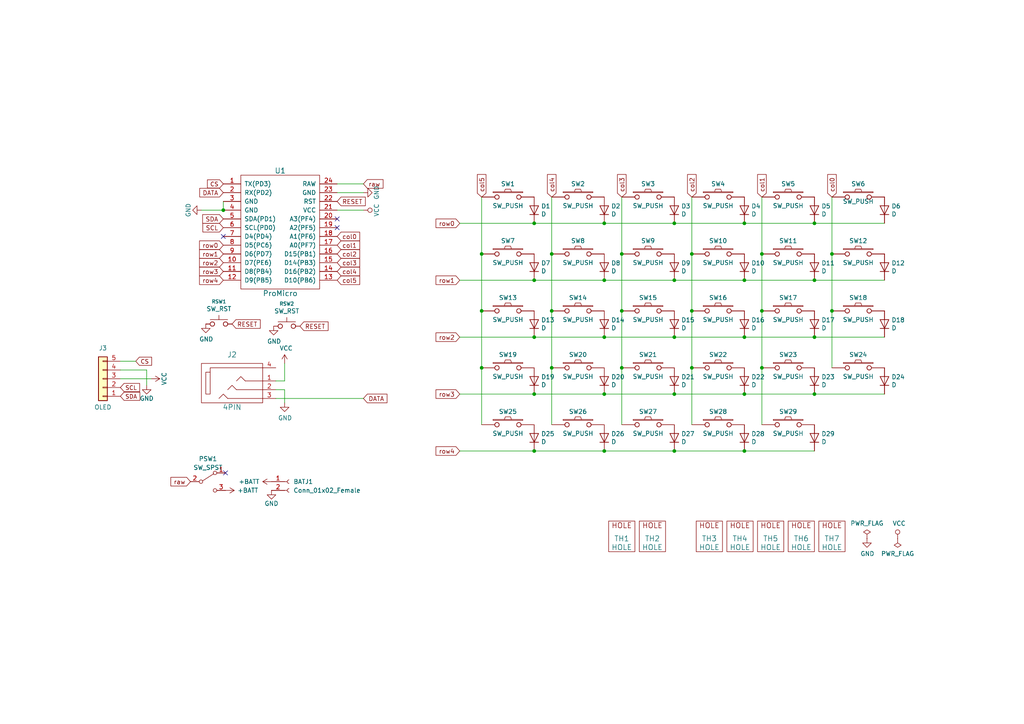
<source format=kicad_sch>
(kicad_sch (version 20230121) (generator eeschema)
  (paper "A4")
  (lib_symbols
    (symbol "Connector:Conn_01x02_Female" (pin_names (offset 1.016) hide)
      (property "Reference" "J" (at 0 2.54 0))
      (property "Value" "Conn_01x02_Female" (at 0 -5.08 0))
      (symbol "Conn_01x02_Female_1_1"
        (arc (start 0 -2.032) (mid -0.5058 -2.54) (end 0 -3.048) (stroke (width 0.1524)))
        (polyline (pts (xy -1.27 -2.54) (xy -0.508 -2.54)) (stroke (width 0.1524)))
        (polyline (pts (xy -1.27 0) (xy -0.508 0)) (stroke (width 0.1524)))
        (arc (start 0 0.508) (mid -0.5058 0) (end 0 -0.508) (stroke (width 0.1524)))
        (pin passive line (at -5.08 0 0) (length 3.81) (name "Pin_1") (number "1"))
        (pin passive line (at -5.08 -2.54 0) (length 3.81) (name "Pin_2") (number "2"))
      )
    )
    (symbol "Connector_Generic:Conn_01x05" (pin_names (offset 1.016) hide)
      (property "Reference" "J" (at 0 7.62 0))
      (property "Value" "Conn_01x05" (at 0 -7.62 0))
      (symbol "Conn_01x05_1_1"
        (rectangle (start -1.27 -4.953) (end 0 -5.207) (stroke (width 0.1524)))
        (rectangle (start -1.27 -2.413) (end 0 -2.667) (stroke (width 0.1524)))
        (rectangle (start -1.27 0.127) (end 0 -0.127) (stroke (width 0.1524)))
        (rectangle (start -1.27 2.667) (end 0 2.413) (stroke (width 0.1524)))
        (rectangle (start -1.27 5.207) (end 0 4.953) (stroke (width 0.1524)))
        (rectangle (start -1.27 6.35) (end 1.27 -6.35) (stroke (width 0.254)) (fill (type background)))
        (pin passive line (at -5.08 5.08 0) (length 3.81) (name "Pin_1") (number "1"))
        (pin passive line (at -5.08 2.54 0) (length 3.81) (name "Pin_2") (number "2"))
        (pin passive line (at -5.08 0 0) (length 3.81) (name "Pin_3") (number "3"))
        (pin passive line (at -5.08 -2.54 0) (length 3.81) (name "Pin_4") (number "4"))
        (pin passive line (at -5.08 -5.08 0) (length 3.81) (name "Pin_5") (number "5"))
      )
    )
    (symbol "Lily58_Pro-rescue:D-Lily58-cache" (pin_numbers hide) (pin_names (offset 1.016) hide)
      (property "Reference" "D" (at 0 2.54 0))
      (property "Value" "Lily58-cache:D" (at 0 -2.54 0))
      (symbol "D-Lily58-cache_0_1"
        (polyline (pts (xy -1.27 1.27) (xy -1.27 -1.27)) (stroke (width 0.2032)))
        (polyline (pts (xy 1.27 0) (xy -1.27 0)))
        (polyline (pts (xy 1.27 1.27) (xy 1.27 -1.27) (xy -1.27 0) (xy 1.27 1.27)) (stroke (width 0.2032)))
      )
      (symbol "D-Lily58-cache_1_1"
        (pin passive line (at -3.81 0 0) (length 2.54) (name "K") (number "1"))
        (pin passive line (at 3.81 0 180) (length 2.54) (name "A") (number "2"))
      )
    )
    (symbol "Lily58_Pro-rescue:GND-Lily58-cache" (power) (pin_names (offset 0))
      (property "Value" "GND-Lily58-cache" (at 0 -3.81 0))
      (symbol "GND-Lily58-cache_1_1"
        (polyline (pts (xy 0 0) (xy 0 -1.27) (xy 1.27 -1.27) (xy 0 -2.54) (xy -1.27 -1.27) (xy 0 -1.27)))
        (pin power_in line (at 0 0 0) (length 0) hide (name "GND") (number "1"))
      )
    )
    (symbol "Lily58_Pro-rescue:HOLE-Lily58-cache" (pin_names (offset 1.016))
      (property "Reference" "U" (at 0 0 0))
      (property "Value" "Lily58-cache:HOLE" (at 0 -5.08 0))
      (symbol "HOLE-Lily58-cache_0_0"
        (text "HOLE" (at 0 3.81 0) (effects (font (size 1.524 1.524))))
      )
      (symbol "HOLE-Lily58-cache_0_1"
        (rectangle (start 3.81 5.08) (end -3.81 -3.81))
      )
    )
    (symbol "Lily58_Pro-rescue:MJ-4PP-9-Lily58-cache" (pin_names (offset 1.016))
      (property "Reference" "J" (at -8.89 -7.62 0))
      (property "Value" "Lily58-cache:MJ-4PP-9" (at -3.81 6.35 0))
      (symbol "MJ-4PP-9-Lily58-cache_0_1"
        (rectangle (start -7.62 2.54) (end -8.89 -3.81))
        (polyline (pts (xy 2.54 0) (xy 7.62 0)))
        (polyline (pts (xy -2.54 -5.08) (xy 7.62 -5.08) (xy 7.62 -5.08)))
        (polyline (pts (xy 0 -2.54) (xy -1.27 -1.27) (xy -2.54 -2.54)))
        (polyline (pts (xy 0 0) (xy 1.27 1.27) (xy 2.54 0)))
        (polyline (pts (xy 7.62 3.81) (xy -7.62 3.81) (xy -7.62 2.54)))
        (polyline (pts (xy -2.54 -5.08) (xy -3.81 -3.81) (xy -5.08 -5.08) (xy -5.08 -5.08)))
        (polyline (pts (xy 0 -2.54) (xy 7.62 -2.54) (xy 7.62 -2.54) (xy 7.62 -2.54)))
        (rectangle (start 7.62 -6.35) (end -10.16 5.08))
      )
      (symbol "MJ-4PP-9-Lily58-cache_1_1"
        (pin passive line (at 11.43 0 180) (length 3.81) (name "~") (number "1"))
        (pin passive line (at 11.43 -2.54 180) (length 3.81) (name "~") (number "2"))
        (pin passive line (at 11.43 -5.08 180) (length 3.81) (name "~") (number "3"))
        (pin passive line (at 11.43 3.81 180) (length 3.81) (name "~") (number "4"))
      )
    )
    (symbol "Lily58_Pro-rescue:PWR_FLAG-Lily58-cache" (power) (pin_numbers hide) (pin_names (offset 0) hide)
      (property "Value" "PWR_FLAG-Lily58-cache" (at 0 3.81 0))
      (symbol "PWR_FLAG-Lily58-cache_0_0"
        (pin power_out line (at 0 0 90) (length 0) (name "pwr") (number "1"))
      )
      (symbol "PWR_FLAG-Lily58-cache_0_1"
        (polyline (pts (xy 0 0) (xy 0 1.27) (xy -1.016 1.905) (xy 0 2.54) (xy 1.016 1.905) (xy 0 1.27)))
      )
    )
    (symbol "Lily58_Pro-rescue:ProMicro_2-Lily58-cache" (pin_names (offset 1.016))
      (property "Reference" "U" (at 0 17.78 0))
      (property "Value" "Lily58-cache:ProMicro_2" (at 0 -17.78 0))
      (symbol "ProMicro_2-Lily58-cache_0_1"
        (rectangle (start -11.43 16.51) (end 11.43 -16.51))
      )
      (symbol "ProMicro_2-Lily58-cache_1_1"
        (pin input line (at -16.51 13.97 0) (length 5.08) (name "TX(PD3)") (number "1"))
        (pin input line (at -16.51 -8.89 0) (length 5.08) (name "D7(PE6)") (number "10"))
        (pin input line (at -16.51 -11.43 0) (length 5.08) (name "D8(PB4)") (number "11"))
        (pin input line (at -16.51 -13.97 0) (length 5.08) (name "D9(PB5)") (number "12"))
        (pin input line (at 16.51 -13.97 180) (length 5.08) (name "D10(PB6)") (number "13"))
        (pin input line (at 16.51 -11.43 180) (length 5.08) (name "D16(PB2)") (number "14"))
        (pin input line (at 16.51 -8.89 180) (length 5.08) (name "D14(PB3)") (number "15"))
        (pin input line (at 16.51 -6.35 180) (length 5.08) (name "D15(PB1)") (number "16"))
        (pin input line (at 16.51 -3.81 180) (length 5.08) (name "A0(PF7)") (number "17"))
        (pin input line (at 16.51 -1.27 180) (length 5.08) (name "A1(PF6)") (number "18"))
        (pin input line (at 16.51 1.27 180) (length 5.08) (name "A2(PF5)") (number "19"))
        (pin input line (at -16.51 11.43 0) (length 5.08) (name "RX(PD2)") (number "2"))
        (pin input line (at 16.51 3.81 180) (length 5.08) (name "A3(PF4)") (number "20"))
        (pin input line (at 16.51 6.35 180) (length 5.08) (name "VCC") (number "21"))
        (pin input line (at 16.51 8.89 180) (length 5.08) (name "RST") (number "22"))
        (pin input line (at 16.51 11.43 180) (length 5.08) (name "GND") (number "23"))
        (pin input line (at 16.51 13.97 180) (length 5.08) (name "RAW") (number "24"))
        (pin input line (at -16.51 8.89 0) (length 5.08) (name "GND") (number "3"))
        (pin input line (at -16.51 6.35 0) (length 5.08) (name "GND") (number "4"))
        (pin input line (at -16.51 3.81 0) (length 5.08) (name "SDA(PD1)") (number "5"))
        (pin input line (at -16.51 1.27 0) (length 5.08) (name "SCL(PD0)") (number "6"))
        (pin input line (at -16.51 -1.27 0) (length 5.08) (name "D4(PD4)") (number "7"))
        (pin input line (at -16.51 -3.81 0) (length 5.08) (name "D5(PC6)") (number "8"))
        (pin input line (at -16.51 -6.35 0) (length 5.08) (name "D6(PD7)") (number "9"))
      )
    )
    (symbol "Lily58_Pro-rescue:SW_PUSH-Lily58-cache" (pin_numbers hide) (pin_names (offset 1.016) hide)
      (property "Reference" "SW" (at 3.81 2.794 0))
      (property "Value" "Lily58-cache:SW_PUSH" (at 0 -2.032 0))
      (symbol "SW_PUSH-Lily58-cache_0_1"
        (rectangle (start -4.318 1.27) (end 4.318 1.524))
        (polyline (pts (xy -1.016 1.524) (xy -0.762 2.286) (xy 0.762 2.286) (xy 1.016 1.524)))
        (pin passive inverted (at -7.62 0 0) (length 5.08) (name "1") (number "1"))
        (pin passive inverted (at 7.62 0 180) (length 5.08) (name "2") (number "2"))
      )
    )
    (symbol "Lily58_Pro-rescue:SW_RST-Lily58-cache" (pin_numbers hide) (pin_names (offset 1.016) hide)
      (property "Reference" "RSW" (at 2.54 2.54 0))
      (property "Value" "Lily58-cache:SW_RST" (at 0 -2.54 0))
      (symbol "SW_RST-Lily58-cache_0_1"
        (polyline (pts (xy -2.54 1.27) (xy 2.54 1.27)))
        (polyline (pts (xy 0 2.54) (xy 0 1.27)))
        (pin passive inverted (at -3.81 0 0) (length 2.54) (name "1") (number "1"))
        (pin passive inverted (at 3.81 0 180) (length 2.54) (name "2") (number "2"))
      )
    )
    (symbol "Lily58_Pro-rescue:VCC-Lily58-cache" (power) (pin_names (offset 0))
      (property "Value" "VCC-Lily58-cache" (at 0 3.81 0))
      (symbol "VCC-Lily58-cache_0_1"
        (polyline (pts (xy 0 0) (xy 0 1.27)))
        (circle (center 0 1.905) (radius 0.635))
      )
      (symbol "VCC-Lily58-cache_1_1"
        (pin power_in line (at 0 0 90) (length 0) hide (name "VCC") (number "1"))
      )
    )
    (symbol "Switch:SW_SPDT" (pin_names (offset 0) hide)
      (property "Reference" "SW" (at 0 4.318 0))
      (property "Value" "SW_SPDT" (at 0 -5.08 0))
      (symbol "SW_SPDT_0_0"
        (circle (center -2.032 0) (radius 0.508))
        (circle (center 2.032 -2.54) (radius 0.508))
      )
      (symbol "SW_SPDT_0_1"
        (polyline (pts (xy -1.524 0.254) (xy 1.651 2.286)))
        (circle (center 2.032 2.54) (radius 0.508))
      )
      (symbol "SW_SPDT_1_1"
        (pin passive line (at 5.08 2.54 180) (length 2.54) (name "A") (number "1"))
        (pin passive line (at -5.08 0 0) (length 2.54) (name "B") (number "2"))
        (pin passive line (at 5.08 -2.54 180) (length 2.54) (name "C") (number "3"))
      )
    )
    (symbol "power:+BATT" (power) (pin_names (offset 0))
      (property "Value" "+BATT" (at 0 3.556 0))
      (symbol "+BATT_0_1"
        (polyline (pts (xy -0.762 1.27) (xy 0 2.54)))
        (polyline (pts (xy 0 0) (xy 0 2.54)))
        (polyline (pts (xy 0 2.54) (xy 0.762 1.27)))
      )
      (symbol "+BATT_1_1"
        (pin power_in line (at 0 0 90) (length 0) hide (name "+BATT") (number "1"))
      )
    )
    (symbol "power:GND" (power) (pin_names (offset 0))
      (property "Value" "GND" (at 0 -3.81 0))
      (symbol "GND_0_1"
        (polyline (pts (xy 0 0) (xy 0 -1.27) (xy 1.27 -1.27) (xy 0 -2.54) (xy -1.27 -1.27) (xy 0 -1.27)))
      )
      (symbol "GND_1_1"
        (pin power_in line (at 0 0 270) (length 0) hide (name "GND") (number "1"))
      )
    )
    (symbol "power:VCC" (power) (pin_names (offset 0))
      (property "Value" "VCC" (at 0 3.81 0))
      (symbol "VCC_0_1"
        (polyline (pts (xy -0.762 1.27) (xy 0 2.54)))
        (polyline (pts (xy 0 0) (xy 0 2.54)))
        (polyline (pts (xy 0 2.54) (xy 0.762 1.27)))
      )
      (symbol "VCC_1_1"
        (pin power_in line (at 0 0 90) (length 0) hide (name "VCC") (number "1"))
      )
    )
  )
  (junction (at 200.66 106.68))
  (junction (at 154.94 130.81))
  (junction (at 200.66 90.17))
  (junction (at 64.77 60.96))
  (junction (at 180.34 73.66))
  (junction (at 215.9 81.28))
  (junction (at 215.9 97.79))
  (junction (at 154.94 114.3))
  (junction (at 175.26 97.79))
  (junction (at 175.26 64.77))
  (junction (at 220.98 90.17))
  (junction (at 195.58 130.81))
  (junction (at 160.02 73.66))
  (junction (at 175.26 81.28))
  (junction (at 236.22 81.28))
  (junction (at 180.34 106.68))
  (junction (at 241.3 90.17))
  (junction (at 215.9 64.77))
  (junction (at 175.26 114.3))
  (junction (at 154.94 97.79))
  (junction (at 139.7 90.17))
  (junction (at 139.7 106.68))
  (junction (at 220.98 73.66))
  (junction (at 220.98 106.68))
  (junction (at 236.22 97.79))
  (junction (at 236.22 114.3))
  (junction (at 175.26 130.81))
  (junction (at 200.66 73.66))
  (junction (at 195.58 81.28))
  (junction (at 195.58 64.77))
  (junction (at 160.02 90.17))
  (junction (at 215.9 130.81))
  (junction (at 195.58 97.79))
  (junction (at 160.02 106.68))
  (junction (at 195.58 114.3))
  (junction (at 215.9 114.3))
  (junction (at 154.94 81.28))
  (junction (at 236.22 64.77))
  (junction (at 180.34 90.17))
  (junction (at 241.3 73.66))
  (junction (at 139.7 73.66))
  (junction (at 154.94 64.77))
  (no_connect (at 65.405 137.16))
  (no_connect (at 97.79 63.5))
  (no_connect (at 64.77 68.58))
  (no_connect (at 97.79 66.04))
  (wire (pts (xy 200.66 106.68) (xy 200.66 123.19)))
  (wire (pts (xy 64.77 58.42) (xy 64.77 60.96)))
  (wire (pts (xy 180.34 90.17) (xy 180.34 106.68)))
  (wire (pts (xy 160.02 90.17) (xy 160.02 106.68)))
  (wire (pts (xy 139.7 57.15) (xy 139.7 73.66)))
  (wire (pts (xy 180.34 106.68) (xy 180.34 123.19)))
  (wire (pts (xy 241.3 90.17) (xy 241.3 106.68)))
  (wire (pts (xy 180.34 57.15) (xy 180.34 73.66)))
  (wire (pts (xy 139.7 90.17) (xy 139.7 106.68)))
  (wire (pts (xy 236.22 81.28) (xy 256.54 81.28)))
  (wire (pts (xy 236.22 64.77) (xy 215.9 64.77)))
  (wire (pts (xy 175.26 81.28) (xy 195.58 81.28)))
  (wire (pts (xy 175.26 97.79) (xy 154.94 97.79)))
  (wire (pts (xy 175.26 64.77) (xy 195.58 64.77)))
  (wire (pts (xy 34.925 109.855) (xy 43.815 109.855)))
  (wire (pts (xy 175.26 97.79) (xy 195.58 97.79)))
  (wire (pts (xy 175.26 114.3) (xy 195.58 114.3)))
  (wire (pts (xy 236.22 114.3) (xy 256.54 114.3)))
  (wire (pts (xy 154.94 130.81) (xy 175.26 130.81)))
  (wire (pts (xy 154.94 81.28) (xy 133.35 81.28)))
  (wire (pts (xy 215.9 130.81) (xy 236.22 130.81)))
  (wire (pts (xy 154.94 64.77) (xy 133.35 64.77)))
  (wire (pts (xy 97.79 55.88) (xy 105.41 55.88)))
  (wire (pts (xy 241.3 73.66) (xy 241.3 57.15)))
  (wire (pts (xy 195.58 114.3) (xy 215.9 114.3)))
  (wire (pts (xy 80.01 115.57) (xy 105.41 115.57)))
  (wire (pts (xy 82.55 113.03) (xy 82.55 116.84)))
  (wire (pts (xy 42.545 107.315) (xy 34.925 107.315)))
  (wire (pts (xy 82.55 110.49) (xy 80.01 110.49)))
  (wire (pts (xy 139.7 106.68) (xy 139.7 123.19)))
  (wire (pts (xy 175.26 81.28) (xy 154.94 81.28)))
  (wire (pts (xy 175.26 130.81) (xy 195.58 130.81)))
  (wire (pts (xy 220.98 57.15) (xy 220.98 73.66)))
  (wire (pts (xy 236.22 64.77) (xy 256.54 64.77)))
  (wire (pts (xy 97.79 53.34) (xy 105.41 53.34)))
  (wire (pts (xy 195.58 81.28) (xy 215.9 81.28)))
  (wire (pts (xy 80.01 113.03) (xy 82.55 113.03)))
  (wire (pts (xy 215.9 97.79) (xy 236.22 97.79)))
  (wire (pts (xy 200.66 73.66) (xy 200.66 90.17)))
  (wire (pts (xy 220.98 106.68) (xy 220.98 123.19)))
  (wire (pts (xy 34.925 104.775) (xy 39.37 104.775)))
  (wire (pts (xy 195.58 64.77) (xy 215.9 64.77)))
  (wire (pts (xy 133.35 130.81) (xy 154.94 130.81)))
  (wire (pts (xy 236.22 97.79) (xy 256.54 97.79)))
  (wire (pts (xy 154.94 97.79) (xy 133.35 97.79)))
  (wire (pts (xy 200.66 57.15) (xy 200.66 73.66)))
  (wire (pts (xy 139.7 73.66) (xy 139.7 90.17)))
  (wire (pts (xy 175.26 64.77) (xy 154.94 64.77)))
  (wire (pts (xy 64.77 60.96) (xy 58.42 60.96)))
  (wire (pts (xy 175.26 114.3) (xy 154.94 114.3)))
  (wire (pts (xy 180.34 73.66) (xy 180.34 90.17)))
  (wire (pts (xy 195.58 130.81) (xy 215.9 130.81)))
  (wire (pts (xy 154.94 114.3) (xy 133.35 114.3)))
  (wire (pts (xy 160.02 106.68) (xy 160.02 123.19)))
  (wire (pts (xy 42.545 111.76) (xy 42.545 107.315)))
  (wire (pts (xy 215.9 114.3) (xy 236.22 114.3)))
  (wire (pts (xy 220.98 73.66) (xy 220.98 90.17)))
  (wire (pts (xy 82.55 105.41) (xy 82.55 110.49)))
  (wire (pts (xy 160.02 73.66) (xy 160.02 90.17)))
  (wire (pts (xy 241.3 90.17) (xy 241.3 73.66)))
  (wire (pts (xy 195.58 97.79) (xy 215.9 97.79)))
  (wire (pts (xy 97.79 60.96) (xy 105.41 60.96)))
  (wire (pts (xy 160.02 57.15) (xy 160.02 73.66)))
  (wire (pts (xy 200.66 90.17) (xy 200.66 106.68)))
  (wire (pts (xy 215.9 81.28) (xy 236.22 81.28)))
  (wire (pts (xy 220.98 106.68) (xy 220.98 90.17)))
  (global_label "RESET" (shape input) (at 86.995 94.615 0) (property "Intersheetrefs" "${INTERSHEET_REFS}" (effects hide)))
  (global_label "col1" (shape input) (at 220.98 57.15 90) (property "Intersheetrefs" "${INTERSHEET_REFS}" (effects hide)))
  (global_label "raw" (shape input) (at 55.245 139.7 180) (property "Intersheetrefs" "${INTERSHEET_REFS}" (effects hide)))
  (global_label "col4" (shape input) (at 97.79 78.74 0) (property "Intersheetrefs" "${INTERSHEET_REFS}" (effects hide)))
  (global_label "RESET" (shape input) (at 67.31 93.98 0) (property "Intersheetrefs" "${INTERSHEET_REFS}" (effects hide)))
  (global_label "col5" (shape input) (at 139.7 57.15 90) (property "Intersheetrefs" "${INTERSHEET_REFS}" (effects hide)))
  (global_label "raw" (shape input) (at 105.41 53.34 0) (property "Intersheetrefs" "${INTERSHEET_REFS}" (effects hide)))
  (global_label "row4" (shape input) (at 133.35 130.81 180) (property "Intersheetrefs" "${INTERSHEET_REFS}" (effects hide)))
  (global_label "DATA" (shape input) (at 105.41 115.57 0) (property "Intersheetrefs" "${INTERSHEET_REFS}" (effects hide)))
  (global_label "row3" (shape input) (at 133.35 114.3 180) (property "Intersheetrefs" "${INTERSHEET_REFS}" (effects hide)))
  (global_label "row2" (shape input) (at 64.77 76.2 180) (property "Intersheetrefs" "${INTERSHEET_REFS}" (effects hide)))
  (global_label "row4" (shape input) (at 64.77 81.28 180) (property "Intersheetrefs" "${INTERSHEET_REFS}" (effects hide)))
  (global_label "row0" (shape input) (at 64.77 71.12 180) (property "Intersheetrefs" "${INTERSHEET_REFS}" (effects hide)))
  (global_label "row2" (shape input) (at 133.35 97.79 180) (property "Intersheetrefs" "${INTERSHEET_REFS}" (effects hide)))
  (global_label "SDA" (shape input) (at 34.925 114.935 0) (effects (font (size 1.1938 1.1938))) (property "Intersheetrefs" "${INTERSHEET_REFS}" (effects hide)))
  (global_label "col5" (shape input) (at 97.79 81.28 0) (property "Intersheetrefs" "${INTERSHEET_REFS}" (effects hide)))
  (global_label "col3" (shape input) (at 97.79 76.2 0) (property "Intersheetrefs" "${INTERSHEET_REFS}" (effects hide)))
  (global_label "SCL" (shape input) (at 64.77 66.04 180) (property "Intersheetrefs" "${INTERSHEET_REFS}" (effects hide)))
  (global_label "row0" (shape input) (at 133.35 64.77 180) (property "Intersheetrefs" "${INTERSHEET_REFS}" (effects hide)))
  (global_label "DATA" (shape input) (at 64.77 55.88 180) (property "Intersheetrefs" "${INTERSHEET_REFS}" (effects hide)))
  (global_label "SCL" (shape input) (at 34.925 112.395 0) (effects (font (size 1.1938 1.1938))) (property "Intersheetrefs" "${INTERSHEET_REFS}" (effects hide)))
  (global_label "row3" (shape input) (at 64.77 78.74 180) (property "Intersheetrefs" "${INTERSHEET_REFS}" (effects hide)))
  (global_label "col4" (shape input) (at 160.02 57.15 90) (property "Intersheetrefs" "${INTERSHEET_REFS}" (effects hide)))
  (global_label "row1" (shape input) (at 64.77 73.66 180) (property "Intersheetrefs" "${INTERSHEET_REFS}" (effects hide)))
  (global_label "CS" (shape input) (at 39.37 104.775 0) (effects (font (size 1.1938 1.1938))) (property "Intersheetrefs" "${INTERSHEET_REFS}" (effects hide)))
  (global_label "col1" (shape input) (at 97.79 71.12 0) (property "Intersheetrefs" "${INTERSHEET_REFS}" (effects hide)))
  (global_label "SDA" (shape input) (at 64.77 63.5 180) (property "Intersheetrefs" "${INTERSHEET_REFS}" (effects hide)))
  (global_label "col0" (shape input) (at 241.3 57.15 90) (property "Intersheetrefs" "${INTERSHEET_REFS}" (effects hide)))
  (global_label "RESET" (shape input) (at 97.79 58.42 0) (property "Intersheetrefs" "${INTERSHEET_REFS}" (effects hide)))
  (global_label "col0" (shape input) (at 97.79 68.58 0) (property "Intersheetrefs" "${INTERSHEET_REFS}" (effects hide)))
  (global_label "row1" (shape input) (at 133.35 81.28 180) (property "Intersheetrefs" "${INTERSHEET_REFS}" (effects hide)))
  (global_label "col3" (shape input) (at 180.34 57.15 90) (property "Intersheetrefs" "${INTERSHEET_REFS}" (effects hide)))
  (global_label "col2" (shape input) (at 97.79 73.66 0) (property "Intersheetrefs" "${INTERSHEET_REFS}" (effects hide)))
  (global_label "col2" (shape input) (at 200.66 57.15 90) (property "Intersheetrefs" "${INTERSHEET_REFS}" (effects hide)))
  (global_label "CS" (shape input) (at 64.77 53.34 180) (effects (font (size 1.1938 1.1938))) (property "Intersheetrefs" "${INTERSHEET_REFS}" (effects hide)))
  (symbol (lib_id "Lily58_Pro-rescue:ProMicro_2-Lily58-cache") (at 81.28 67.31 0) (unit 1)
    (property "Reference" "U1" (at 81.28 49.53 0) (effects (font (size 1.524 1.524))))
    (property "Value" "ProMicro" (at 81.28 85.09 0) (effects (font (size 1.524 1.524))))
    (property "Footprint" "beekeeb-lib:ProMicro_v3" (effects hide))
  )
  (symbol (lib_id "Lily58_Pro-rescue:SW_PUSH-Lily58-cache") (at 147.32 123.19 0) (unit 1)
    (property "Reference" "SW25" (at 147.32 119.38 0))
    (property "Value" "SW_PUSH" (at 147.32 125.73 0))
    (property "Footprint" "Lily58-footprint:CherryMX_KailhLowProfile_Hotswap" (effects hide))
  )
  (symbol (lib_id "Lily58_Pro-rescue:SW_PUSH-Lily58-cache") (at 167.64 123.19 0) (unit 1)
    (property "Reference" "SW26" (at 167.64 119.38 0))
    (property "Value" "SW_PUSH" (at 167.64 125.73 0))
    (property "Footprint" "Lily58-footprint:CherryMX_KailhLowProfile_Hotswap" (effects hide))
  )
  (symbol (lib_id "Lily58_Pro-rescue:SW_PUSH-Lily58-cache") (at 147.32 57.15 0) (unit 1)
    (property "Reference" "SW1" (at 147.32 53.34 0))
    (property "Value" "SW_PUSH" (at 147.32 59.69 0))
    (property "Footprint" "Lily58-footprint:CherryMX_KailhLowProfile_Hotswap" (effects hide))
  )
  (symbol (lib_id "Lily58_Pro-rescue:D-Lily58-cache") (at 154.94 60.96 90) (unit 1)
    (property "Reference" "D1" (at 156.9466 59.7916 90) (effects (justify right)))
    (property "Value" "D" (at 156.9466 62.103 90) (effects (justify right)))
    (property "Footprint" "Lily58-footprint:Diode_SOD123" (effects hide))
  )
  (symbol (lib_id "Lily58_Pro-rescue:SW_PUSH-Lily58-cache") (at 167.64 57.15 0) (unit 1)
    (property "Reference" "SW2" (at 167.64 53.34 0))
    (property "Value" "SW_PUSH" (at 167.64 59.69 0))
    (property "Footprint" "Lily58-footprint:CherryMX_KailhLowProfile_Hotswap" (effects hide))
  )
  (symbol (lib_id "Lily58_Pro-rescue:D-Lily58-cache") (at 175.26 60.96 90) (unit 1)
    (property "Reference" "D2" (at 177.2666 59.7916 90) (effects (justify right)))
    (property "Value" "D" (at 177.2666 62.103 90) (effects (justify right)))
    (property "Footprint" "Lily58-footprint:Diode_SOD123" (effects hide))
  )
  (symbol (lib_id "Lily58_Pro-rescue:SW_PUSH-Lily58-cache") (at 187.96 57.15 0) (unit 1)
    (property "Reference" "SW3" (at 187.96 53.34 0))
    (property "Value" "SW_PUSH" (at 187.96 59.69 0))
    (property "Footprint" "Lily58-footprint:CherryMX_KailhLowProfile_Hotswap" (effects hide))
  )
  (symbol (lib_id "Lily58_Pro-rescue:D-Lily58-cache") (at 195.58 60.96 90) (unit 1)
    (property "Reference" "D3" (at 197.5866 59.7916 90) (effects (justify right)))
    (property "Value" "D" (at 197.5866 62.103 90) (effects (justify right)))
    (property "Footprint" "Lily58-footprint:Diode_SOD123" (effects hide))
  )
  (symbol (lib_id "Lily58_Pro-rescue:SW_PUSH-Lily58-cache") (at 208.28 57.15 0) (unit 1)
    (property "Reference" "SW4" (at 208.28 53.34 0))
    (property "Value" "SW_PUSH" (at 208.28 59.69 0))
    (property "Footprint" "Lily58-footprint:CherryMX_KailhLowProfile_Hotswap" (effects hide))
  )
  (symbol (lib_id "Lily58_Pro-rescue:D-Lily58-cache") (at 215.9 60.96 90) (unit 1)
    (property "Reference" "D4" (at 217.9066 59.7916 90) (effects (justify right)))
    (property "Value" "D" (at 217.9066 62.103 90) (effects (justify right)))
    (property "Footprint" "Lily58-footprint:Diode_SOD123" (effects hide))
  )
  (symbol (lib_id "Lily58_Pro-rescue:SW_PUSH-Lily58-cache") (at 228.6 57.15 0) (unit 1)
    (property "Reference" "SW5" (at 228.6 53.34 0))
    (property "Value" "SW_PUSH" (at 228.6 59.69 0))
    (property "Footprint" "Lily58-footprint:CherryMX_KailhLowProfile_Hotswap" (effects hide))
  )
  (symbol (lib_id "Lily58_Pro-rescue:D-Lily58-cache") (at 236.22 60.96 90) (unit 1)
    (property "Reference" "D5" (at 238.2266 59.7916 90) (effects (justify right)))
    (property "Value" "D" (at 238.2266 62.103 90) (effects (justify right)))
    (property "Footprint" "Lily58-footprint:Diode_SOD123" (effects hide))
  )
  (symbol (lib_id "Lily58_Pro-rescue:SW_PUSH-Lily58-cache") (at 248.92 57.15 0) (unit 1)
    (property "Reference" "SW6" (at 248.92 53.34 0))
    (property "Value" "SW_PUSH" (at 248.92 58.42 0))
    (property "Footprint" "Lily58-footprint:CherryMX_KailhLowProfile_Hotswap" (effects hide))
  )
  (symbol (lib_id "Lily58_Pro-rescue:D-Lily58-cache") (at 256.54 60.96 90) (unit 1)
    (property "Reference" "D6" (at 258.5466 59.7916 90) (effects (justify right)))
    (property "Value" "D" (at 258.5466 62.103 90) (effects (justify right)))
    (property "Footprint" "Lily58-footprint:Diode_SOD123" (effects hide))
  )
  (symbol (lib_id "Lily58_Pro-rescue:SW_PUSH-Lily58-cache") (at 167.64 73.66 0) (unit 1)
    (property "Reference" "SW8" (at 167.64 69.85 0))
    (property "Value" "SW_PUSH" (at 167.64 76.2 0))
    (property "Footprint" "Lily58-footprint:CherryMX_KailhLowProfile_Hotswap" (effects hide))
  )
  (symbol (lib_id "Lily58_Pro-rescue:SW_PUSH-Lily58-cache") (at 187.96 73.66 0) (unit 1)
    (property "Reference" "SW9" (at 187.96 69.85 0))
    (property "Value" "SW_PUSH" (at 187.96 76.2 0))
    (property "Footprint" "Lily58-footprint:CherryMX_KailhLowProfile_Hotswap" (effects hide))
  )
  (symbol (lib_id "Lily58_Pro-rescue:SW_PUSH-Lily58-cache") (at 208.28 73.66 0) (unit 1)
    (property "Reference" "SW10" (at 208.28 69.85 0))
    (property "Value" "SW_PUSH" (at 208.28 76.2 0))
    (property "Footprint" "Lily58-footprint:CherryMX_KailhLowProfile_Hotswap" (effects hide))
  )
  (symbol (lib_id "Lily58_Pro-rescue:SW_PUSH-Lily58-cache") (at 228.6 73.66 0) (unit 1)
    (property "Reference" "SW11" (at 228.6 69.85 0))
    (property "Value" "SW_PUSH" (at 228.6 76.2 0))
    (property "Footprint" "Lily58-footprint:CherryMX_KailhLowProfile_Hotswap" (effects hide))
  )
  (symbol (lib_id "Lily58_Pro-rescue:SW_PUSH-Lily58-cache") (at 248.92 73.66 0) (unit 1)
    (property "Reference" "SW12" (at 248.92 69.85 0))
    (property "Value" "SW_PUSH" (at 248.92 76.2 0))
    (property "Footprint" "Lily58-footprint:CherryMX_KailhLowProfile_Hotswap" (effects hide))
  )
  (symbol (lib_id "Lily58_Pro-rescue:SW_PUSH-Lily58-cache") (at 147.32 73.66 0) (unit 1)
    (property "Reference" "SW7" (at 147.32 69.85 0))
    (property "Value" "SW_PUSH" (at 147.32 76.2 0))
    (property "Footprint" "Lily58-footprint:CherryMX_KailhLowProfile_Hotswap" (effects hide))
  )
  (symbol (lib_id "Lily58_Pro-rescue:D-Lily58-cache") (at 154.94 77.47 90) (unit 1)
    (property "Reference" "D7" (at 156.9466 76.3016 90) (effects (justify right)))
    (property "Value" "D" (at 156.9466 78.613 90) (effects (justify right)))
    (property "Footprint" "Lily58-footprint:Diode_SOD123" (effects hide))
  )
  (symbol (lib_id "Lily58_Pro-rescue:D-Lily58-cache") (at 175.26 77.47 90) (unit 1)
    (property "Reference" "D8" (at 177.2666 76.3016 90) (effects (justify right)))
    (property "Value" "D" (at 177.2666 78.613 90) (effects (justify right)))
    (property "Footprint" "Lily58-footprint:Diode_SOD123" (effects hide))
  )
  (symbol (lib_id "Lily58_Pro-rescue:D-Lily58-cache") (at 195.58 77.47 90) (unit 1)
    (property "Reference" "D9" (at 197.5866 76.3016 90) (effects (justify right)))
    (property "Value" "D" (at 197.5866 78.613 90) (effects (justify right)))
    (property "Footprint" "Lily58-footprint:Diode_SOD123" (effects hide))
  )
  (symbol (lib_id "Lily58_Pro-rescue:D-Lily58-cache") (at 215.9 77.47 90) (unit 1)
    (property "Reference" "D10" (at 217.9066 76.3016 90) (effects (justify right)))
    (property "Value" "D" (at 217.9066 78.613 90) (effects (justify right)))
    (property "Footprint" "Lily58-footprint:Diode_SOD123" (effects hide))
  )
  (symbol (lib_id "Lily58_Pro-rescue:D-Lily58-cache") (at 236.22 77.47 90) (unit 1)
    (property "Reference" "D11" (at 238.2266 76.3016 90) (effects (justify right)))
    (property "Value" "D" (at 238.2266 78.613 90) (effects (justify right)))
    (property "Footprint" "Lily58-footprint:Diode_SOD123" (effects hide))
  )
  (symbol (lib_id "Lily58_Pro-rescue:D-Lily58-cache") (at 256.54 77.47 90) (unit 1)
    (property "Reference" "D12" (at 258.5466 76.3016 90) (effects (justify right)))
    (property "Value" "D" (at 258.5466 78.613 90) (effects (justify right)))
    (property "Footprint" "Lily58-footprint:Diode_SOD123" (effects hide))
  )
  (symbol (lib_id "Lily58_Pro-rescue:SW_PUSH-Lily58-cache") (at 147.32 90.17 0) (unit 1)
    (property "Reference" "SW13" (at 147.32 86.36 0))
    (property "Value" "SW_PUSH" (at 147.32 92.71 0))
    (property "Footprint" "Lily58-footprint:CherryMX_KailhLowProfile_Hotswap" (effects hide))
  )
  (symbol (lib_id "Lily58_Pro-rescue:SW_PUSH-Lily58-cache") (at 167.64 90.17 0) (unit 1)
    (property "Reference" "SW14" (at 167.64 86.36 0))
    (property "Value" "SW_PUSH" (at 167.64 92.71 0))
    (property "Footprint" "Lily58-footprint:CherryMX_KailhLowProfile_Hotswap" (effects hide))
  )
  (symbol (lib_id "Lily58_Pro-rescue:SW_PUSH-Lily58-cache") (at 187.96 90.17 0) (unit 1)
    (property "Reference" "SW15" (at 187.96 86.36 0))
    (property "Value" "SW_PUSH" (at 187.96 92.71 0))
    (property "Footprint" "Lily58-footprint:CherryMX_KailhLowProfile_Hotswap" (effects hide))
  )
  (symbol (lib_id "Lily58_Pro-rescue:SW_PUSH-Lily58-cache") (at 208.28 90.17 0) (unit 1)
    (property "Reference" "SW16" (at 208.28 86.36 0))
    (property "Value" "SW_PUSH" (at 208.28 92.71 0))
    (property "Footprint" "Lily58-footprint:CherryMX_KailhLowProfile_Hotswap" (effects hide))
  )
  (symbol (lib_id "Lily58_Pro-rescue:SW_PUSH-Lily58-cache") (at 228.6 90.17 0) (unit 1)
    (property "Reference" "SW17" (at 228.6 86.36 0))
    (property "Value" "SW_PUSH" (at 228.6 92.71 0))
    (property "Footprint" "Lily58-footprint:CherryMX_KailhLowProfile_Hotswap" (effects hide))
  )
  (symbol (lib_id "Lily58_Pro-rescue:SW_PUSH-Lily58-cache") (at 248.92 90.17 0) (unit 1)
    (property "Reference" "SW18" (at 248.92 86.36 0))
    (property "Value" "SW_PUSH" (at 248.92 92.71 0))
    (property "Footprint" "Lily58-footprint:CherryMX_KailhLowProfile_Hotswap" (effects hide))
  )
  (symbol (lib_id "Lily58_Pro-rescue:D-Lily58-cache") (at 154.94 93.98 90) (unit 1)
    (property "Reference" "D13" (at 156.9466 92.8116 90) (effects (justify right)))
    (property "Value" "D" (at 156.9466 95.123 90) (effects (justify right)))
    (property "Footprint" "Lily58-footprint:Diode_SOD123" (effects hide))
  )
  (symbol (lib_id "Lily58_Pro-rescue:D-Lily58-cache") (at 175.26 93.98 90) (unit 1)
    (property "Reference" "D14" (at 177.2666 92.8116 90) (effects (justify right)))
    (property "Value" "D" (at 177.2666 95.123 90) (effects (justify right)))
    (property "Footprint" "Lily58-footprint:Diode_SOD123" (effects hide))
  )
  (symbol (lib_id "Lily58_Pro-rescue:D-Lily58-cache") (at 195.58 93.98 90) (unit 1)
    (property "Reference" "D15" (at 197.5866 92.8116 90) (effects (justify right)))
    (property "Value" "D" (at 197.5866 95.123 90) (effects (justify right)))
    (property "Footprint" "Lily58-footprint:Diode_SOD123" (effects hide))
  )
  (symbol (lib_id "Lily58_Pro-rescue:D-Lily58-cache") (at 215.9 93.98 90) (unit 1)
    (property "Reference" "D16" (at 217.9066 92.8116 90) (effects (justify right)))
    (property "Value" "D" (at 217.9066 95.123 90) (effects (justify right)))
    (property "Footprint" "Lily58-footprint:Diode_SOD123" (effects hide))
  )
  (symbol (lib_id "Lily58_Pro-rescue:D-Lily58-cache") (at 236.22 93.98 90) (unit 1)
    (property "Reference" "D17" (at 238.2266 92.8116 90) (effects (justify right)))
    (property "Value" "D" (at 238.2266 95.123 90) (effects (justify right)))
    (property "Footprint" "Lily58-footprint:Diode_SOD123" (effects hide))
  )
  (symbol (lib_id "Lily58_Pro-rescue:D-Lily58-cache") (at 256.54 93.98 90) (unit 1)
    (property "Reference" "D18" (at 258.5466 92.8116 90) (effects (justify right)))
    (property "Value" "D" (at 258.5466 95.123 90) (effects (justify right)))
    (property "Footprint" "Lily58-footprint:Diode_SOD123" (effects hide))
  )
  (symbol (lib_id "Lily58_Pro-rescue:SW_PUSH-Lily58-cache") (at 187.96 106.68 0) (unit 1)
    (property "Reference" "SW21" (at 187.96 102.87 0))
    (property "Value" "SW_PUSH" (at 187.96 109.22 0))
    (property "Footprint" "Lily58-footprint:CherryMX_KailhLowProfile_Hotswap" (effects hide))
  )
  (symbol (lib_id "Lily58_Pro-rescue:SW_PUSH-Lily58-cache") (at 208.28 106.68 0) (unit 1)
    (property "Reference" "SW22" (at 208.28 102.87 0))
    (property "Value" "SW_PUSH" (at 208.28 109.22 0))
    (property "Footprint" "Lily58-footprint:CherryMX_KailhLowProfile_Hotswap" (effects hide))
  )
  (symbol (lib_id "Lily58_Pro-rescue:SW_PUSH-Lily58-cache") (at 228.6 106.68 0) (unit 1)
    (property "Reference" "SW23" (at 228.6 102.87 0))
    (property "Value" "SW_PUSH" (at 228.6 109.22 0))
    (property "Footprint" "Lily58-footprint:CherryMX_KailhLowProfile_Hotswap" (effects hide))
  )
  (symbol (lib_id "Lily58_Pro-rescue:SW_PUSH-Lily58-cache") (at 248.92 106.68 0) (unit 1)
    (property "Reference" "SW24" (at 248.92 102.87 0))
    (property "Value" "SW_PUSH" (at 248.92 109.22 0))
    (property "Footprint" "Lily58-footprint:CherryMX_KailhLowProfile_Hotswap" (effects hide))
  )
  (symbol (lib_id "Lily58_Pro-rescue:SW_PUSH-Lily58-cache") (at 167.64 106.68 0) (unit 1)
    (property "Reference" "SW20" (at 167.64 102.87 0))
    (property "Value" "SW_PUSH" (at 167.64 109.22 0))
    (property "Footprint" "Lily58-footprint:CherryMX_KailhLowProfile_Hotswap" (effects hide))
  )
  (symbol (lib_id "Lily58_Pro-rescue:SW_PUSH-Lily58-cache") (at 147.32 106.68 0) (unit 1)
    (property "Reference" "SW19" (at 147.32 102.87 0))
    (property "Value" "SW_PUSH" (at 147.32 109.22 0))
    (property "Footprint" "Lily58-footprint:CherryMX_KailhLowProfile_Hotswap" (effects hide))
  )
  (symbol (lib_id "Lily58_Pro-rescue:D-Lily58-cache") (at 154.94 110.49 90) (unit 1)
    (property "Reference" "D19" (at 156.9466 109.3216 90) (effects (justify right)))
    (property "Value" "D" (at 156.9466 111.633 90) (effects (justify right)))
    (property "Footprint" "Lily58-footprint:Diode_SOD123" (effects hide))
  )
  (symbol (lib_id "Lily58_Pro-rescue:D-Lily58-cache") (at 175.26 110.49 90) (unit 1)
    (property "Reference" "D20" (at 177.2666 109.3216 90) (effects (justify right)))
    (property "Value" "D" (at 177.2666 111.633 90) (effects (justify right)))
    (property "Footprint" "Lily58-footprint:Diode_SOD123" (effects hide))
  )
  (symbol (lib_id "Lily58_Pro-rescue:D-Lily58-cache") (at 195.58 110.49 90) (unit 1)
    (property "Reference" "D21" (at 197.5866 109.3216 90) (effects (justify right)))
    (property "Value" "D" (at 197.5866 111.633 90) (effects (justify right)))
    (property "Footprint" "Lily58-footprint:Diode_SOD123" (effects hide))
  )
  (symbol (lib_id "Lily58_Pro-rescue:D-Lily58-cache") (at 215.9 110.49 90) (unit 1)
    (property "Reference" "D22" (at 217.9066 109.3216 90) (effects (justify right)))
    (property "Value" "D" (at 217.9066 111.633 90) (effects (justify right)))
    (property "Footprint" "Lily58-footprint:Diode_SOD123" (effects hide))
  )
  (symbol (lib_id "Lily58_Pro-rescue:D-Lily58-cache") (at 236.22 110.49 90) (unit 1)
    (property "Reference" "D23" (at 238.2266 109.3216 90) (effects (justify right)))
    (property "Value" "D" (at 238.2266 111.633 90) (effects (justify right)))
    (property "Footprint" "Lily58-footprint:Diode_SOD123" (effects hide))
  )
  (symbol (lib_id "Lily58_Pro-rescue:D-Lily58-cache") (at 256.54 110.49 90) (unit 1)
    (property "Reference" "D24" (at 258.5466 109.3216 90) (effects (justify right)))
    (property "Value" "D" (at 258.5466 111.633 90) (effects (justify right)))
    (property "Footprint" "Lily58-footprint:Diode_SOD123" (effects hide))
  )
  (symbol (lib_id "Lily58_Pro-rescue:SW_PUSH-Lily58-cache") (at 187.96 123.19 0) (unit 1)
    (property "Reference" "SW27" (at 187.96 119.38 0))
    (property "Value" "SW_PUSH" (at 187.96 125.73 0))
    (property "Footprint" "Lily58-footprint:CherryMX_KailhLowProfile_Hotswap" (effects hide))
  )
  (symbol (lib_id "Lily58_Pro-rescue:SW_PUSH-Lily58-cache") (at 208.28 123.19 0) (unit 1)
    (property "Reference" "SW28" (at 208.28 119.38 0))
    (property "Value" "SW_PUSH" (at 208.28 125.73 0))
    (property "Footprint" "Lily58-footprint:CherryMX_KailhLowProfile_Hotswap" (effects hide))
  )
  (symbol (lib_id "Lily58_Pro-rescue:SW_PUSH-Lily58-cache") (at 228.6 123.19 0) (unit 1)
    (property "Reference" "SW29" (at 228.6 119.38 0))
    (property "Value" "SW_PUSH" (at 228.6 125.73 0))
    (property "Footprint" "Lily58-footprint:CherryMX_KailhLowProfile_Hotswap" (effects hide))
  )
  (symbol (lib_id "Lily58_Pro-rescue:D-Lily58-cache") (at 154.94 127 90) (unit 1)
    (property "Reference" "D25" (at 156.9466 125.8316 90) (effects (justify right)))
    (property "Value" "D" (at 156.9466 128.143 90) (effects (justify right)))
    (property "Footprint" "Lily58-footprint:Diode_SOD123" (effects hide))
  )
  (symbol (lib_id "Lily58_Pro-rescue:D-Lily58-cache") (at 175.26 127 90) (unit 1)
    (property "Reference" "D26" (at 177.2666 125.8316 90) (effects (justify right)))
    (property "Value" "D" (at 177.2666 128.143 90) (effects (justify right)))
    (property "Footprint" "Lily58-footprint:Diode_SOD123" (effects hide))
  )
  (symbol (lib_id "Lily58_Pro-rescue:D-Lily58-cache") (at 195.58 127 90) (unit 1)
    (property "Reference" "D27" (at 197.5866 125.8316 90) (effects (justify right)))
    (property "Value" "D" (at 197.5866 128.143 90) (effects (justify right)))
    (property "Footprint" "Lily58-footprint:Diode_SOD123" (effects hide))
  )
  (symbol (lib_id "Lily58_Pro-rescue:D-Lily58-cache") (at 215.9 127 90) (unit 1)
    (property "Reference" "D28" (at 217.9066 125.8316 90) (effects (justify right)))
    (property "Value" "D" (at 217.9066 128.143 90) (effects (justify right)))
    (property "Footprint" "Lily58-footprint:Diode_SOD123" (effects hide))
  )
  (symbol (lib_id "Lily58_Pro-rescue:D-Lily58-cache") (at 236.22 127 90) (unit 1)
    (property "Reference" "D29" (at 238.2266 125.8316 90) (effects (justify right)))
    (property "Value" "D" (at 238.2266 128.143 90) (effects (justify right)))
    (property "Footprint" "Lily58-footprint:Diode_SOD123" (effects hide))
  )
  (symbol (lib_id "Lily58_Pro-rescue:VCC-Lily58-cache") (at 105.41 60.96 270) (unit 1)
    (property "Reference" "#PWR04" (effects hide))
    (property "Value" "VCC" (at 109.22 60.96 0))
  )
  (symbol (lib_id "Lily58_Pro-rescue:MJ-4PP-9-Lily58-cache") (at 68.58 110.49 0) (unit 1)
    (property "Reference" "J2" (at 67.31 102.87 0) (effects (font (size 1.524 1.524))))
    (property "Value" "4PIN" (at 67.31 118.11 0) (effects (font (size 1.524 1.524))))
    (property "Footprint" "Lily58-footprint:MJ-4PP-9" (effects hide))
  )
  (symbol (lib_id "Lily58_Pro-rescue:GND-Lily58-cache") (at 59.69 93.98 0) (unit 1)
    (property "Reference" "#PWR010" (effects hide))
    (property "Value" "GND" (at 59.817 98.3742 0))
  )
  (symbol (lib_id "Lily58_Pro-rescue:PWR_FLAG-Lily58-cache") (at 251.46 156.21 0) (unit 1)
    (property "Reference" "#FLG01" (effects hide))
    (property "Value" "PWR_FLAG" (at 251.46 151.7904 0))
  )
  (symbol (lib_id "Lily58_Pro-rescue:GND-Lily58-cache") (at 251.46 156.21 0) (unit 1)
    (property "Reference" "#PWR012" (effects hide))
    (property "Value" "GND" (at 251.587 160.6042 0))
  )
  (symbol (lib_id "Lily58_Pro-rescue:VCC-Lily58-cache") (at 260.35 156.21 0) (unit 1)
    (property "Reference" "#PWR013" (effects hide))
    (property "Value" "VCC" (at 260.7818 151.8158 0))
  )
  (symbol (lib_id "Lily58_Pro-rescue:PWR_FLAG-Lily58-cache") (at 260.35 156.21 180) (unit 1)
    (property "Reference" "#FLG02" (effects hide))
    (property "Value" "PWR_FLAG" (at 260.35 160.6042 0))
  )
  (symbol (lib_id "Lily58_Pro-rescue:HOLE-Lily58-cache") (at 180.34 156.21 0) (unit 1)
    (property "Reference" "TH1" (at 180.34 156.21 0) (effects (font (size 1.524 1.524))))
    (property "Value" "HOLE" (at 180.34 158.75 0) (effects (font (size 1.524 1.524))))
    (property "Footprint" "Lily58-footprint:M2_HOLE_PCB" (effects hide))
  )
  (symbol (lib_id "Lily58_Pro-rescue:HOLE-Lily58-cache") (at 189.23 156.21 0) (unit 1)
    (property "Reference" "TH2" (at 189.23 156.21 0) (effects (font (size 1.524 1.524))))
    (property "Value" "HOLE" (at 189.23 158.75 0) (effects (font (size 1.524 1.524))))
    (property "Footprint" "Lily58-footprint:M2_HOLE_PCB" (effects hide))
  )
  (symbol (lib_id "Lily58_Pro-rescue:HOLE-Lily58-cache") (at 214.63 156.21 0) (unit 1)
    (property "Reference" "TH4" (at 214.63 156.21 0) (effects (font (size 1.524 1.524))))
    (property "Value" "HOLE" (at 214.63 158.75 0) (effects (font (size 1.524 1.524))))
    (property "Footprint" "Lily58-footprint:HOLE_M2_TH" (effects hide))
  )
  (symbol (lib_id "Lily58_Pro-rescue:HOLE-Lily58-cache") (at 223.52 156.21 0) (unit 1)
    (property "Reference" "TH5" (at 223.52 156.21 0) (effects (font (size 1.524 1.524))))
    (property "Value" "HOLE" (at 223.52 158.75 0) (effects (font (size 1.524 1.524))))
    (property "Footprint" "Lily58-footprint:HOLE_M2_TH" (effects hide))
  )
  (symbol (lib_id "Lily58_Pro-rescue:HOLE-Lily58-cache") (at 232.41 156.21 0) (unit 1)
    (property "Reference" "TH6" (at 232.41 156.21 0) (effects (font (size 1.524 1.524))))
    (property "Value" "HOLE" (at 232.41 158.75 0) (effects (font (size 1.524 1.524))))
    (property "Footprint" "Lily58-footprint:HOLE_M2_TH" (effects hide))
  )
  (symbol (lib_id "Lily58_Pro-rescue:HOLE-Lily58-cache") (at 241.3 156.21 0) (unit 1)
    (property "Reference" "TH7" (at 241.3 156.21 0) (effects (font (size 1.524 1.524))))
    (property "Value" "HOLE" (at 241.3 158.75 0) (effects (font (size 1.524 1.524))))
    (property "Footprint" "Lily58-footprint:HOLE_M2_TH" (effects hide))
  )
  (symbol (lib_id "Lily58_Pro-rescue:HOLE-Lily58-cache") (at 205.74 156.21 0) (unit 1)
    (property "Reference" "TH3" (at 205.74 156.21 0) (effects (font (size 1.524 1.524))))
    (property "Value" "HOLE" (at 205.74 158.75 0) (effects (font (size 1.524 1.524))))
    (property "Footprint" "Lily58-footprint:HOLE_M2_TH" (effects hide))
  )
  (symbol (lib_id "Lily58_Pro-rescue:GND-Lily58-cache") (at 105.41 55.88 90) (unit 1)
    (property "Reference" "#PWR0101" (effects hide))
    (property "Value" "GND" (at 109.22 55.88 0))
  )
  (symbol (lib_id "Lily58_Pro-rescue:GND-Lily58-cache") (at 58.42 60.96 270) (unit 1)
    (property "Reference" "#PWR0102" (effects hide))
    (property "Value" "GND" (at 54.61 60.96 0))
  )
  (symbol (lib_id "Lily58_Pro-rescue:SW_RST-Lily58-cache") (at 63.5 93.98 0) (unit 1)
    (property "Reference" "RSW1" (at 63.5 87.4776 0) (effects (font (size 1.016 1.016))))
    (property "Value" "SW_RST" (at 63.5 89.5858 0))
    (property "Footprint" "Lily58-footprint:TACT_SWITCH_TVBP06" (effects hide))
  )
  (symbol (lib_id "power:GND") (at 82.55 116.84 0) (unit 1)
    (property "Reference" "#PWR02" (effects hide))
    (property "Value" "GND" (at 82.677 121.2342 0))
  )
  (symbol (lib_id "power:VCC") (at 82.55 105.41 0) (unit 1)
    (property "Reference" "#PWR01" (effects hide))
    (property "Value" "VCC" (at 82.9818 101.0158 0))
  )
  (symbol (lib_id "power:+BATT") (at 78.74 139.7 90) (unit 1)
    (property "Reference" "#PWR09" (effects hide))
    (property "Value" "+BATT" (at 69.215 139.7 90) (effects (justify right)))
  )
  (symbol (lib_id "power:+BATT") (at 65.405 142.24 270) (unit 1)
    (property "Reference" "#PWR08" (effects hide))
    (property "Value" "+BATT" (at 74.93 142.24 90) (effects (justify right)))
  )
  (symbol (lib_id "power:GND") (at 42.545 111.76 0) (unit 1)
    (property "Reference" "#PWR011" (effects hide))
    (property "Value" "GND" (at 42.545 115.57 0))
  )
  (symbol (lib_id "Connector:Conn_01x02_Female") (at 83.82 139.7 0) (unit 1)
    (property "Reference" "BATJ1" (at 85.09 139.7 0) (effects (justify left)))
    (property "Value" "Conn_01x02_Female" (at 85.09 142.24 0) (effects (justify left)))
    (property "Footprint" "Connector_JST:JST_PH_S2B-PH-K_1x02_P2.00mm_Horizontal" (effects hide))
  )
  (symbol (lib_id "Lily58_Pro-rescue:SW_RST-Lily58-cache") (at 83.185 94.615 0) (unit 1)
    (property "Reference" "RSW2" (at 83.185 88.1126 0) (effects (font (size 1.016 1.016))))
    (property "Value" "SW_RST" (at 83.185 90.2208 0))
    (property "Footprint" "Button_Switch_SMD:Panasonic_EVQPUL_EVQPUC" (effects hide))
  )
  (symbol (lib_id "Lily58_Pro-rescue:GND-Lily58-cache") (at 79.375 94.615 0) (unit 1)
    (property "Reference" "#PWR07" (effects hide))
    (property "Value" "GND" (at 79.502 99.0092 0))
  )
  (symbol (lib_id "power:VCC") (at 43.815 109.855 270) (unit 1)
    (property "Reference" "#PWR014" (effects hide))
    (property "Value" "VCC" (at 47.625 109.855 0))
  )
  (symbol (lib_id "power:GND") (at 78.74 142.24 0) (unit 1)
    (property "Reference" "#PWR06" (effects hide))
    (property "Value" "GND" (at 78.74 146.05 0))
  )
  (symbol (lib_id "Connector_Generic:Conn_01x05") (at 29.845 109.855 180) (unit 1)
    (property "Reference" "J3" (at 29.845 100.965 0))
    (property "Value" "OLED" (at 29.845 118.11 0))
    (property "Footprint" "beekeeb-lib:nice_view_1side" (effects hide))
  )
  (symbol (lib_id "Switch:SW_SPDT") (at 60.325 139.7 0) (unit 1)
    (property "Reference" "PSW1" (at 60.325 133.0792 0))
    (property "Value" "SW_SPST" (at 60.325 135.6161 0))
    (property "Footprint" "Button_Switch_SMD:SW_SPDT_PCM12" (effects hide))
  )
)
</source>
